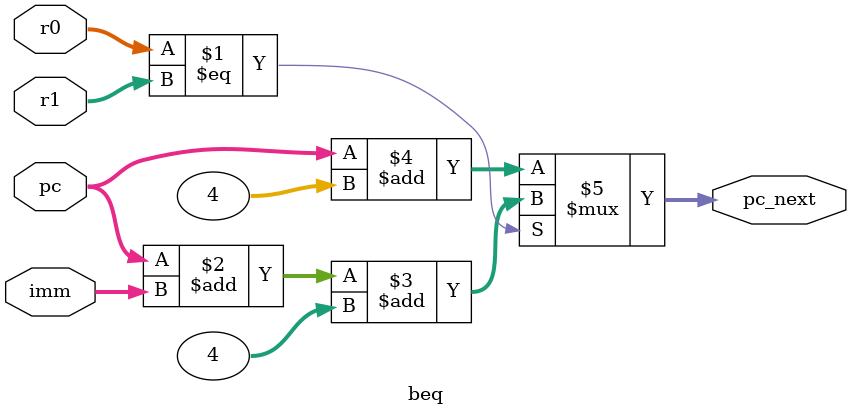
<source format=v>
module beq(r0, r1, imm, pc, pc_next);
input[31:0] r0, r1, imm;
input[31:0] pc;

output[31:0] pc_next;

assign pc_next = (r0 == r1) ? pc + imm + 4 : pc + 4;

endmodule
</source>
